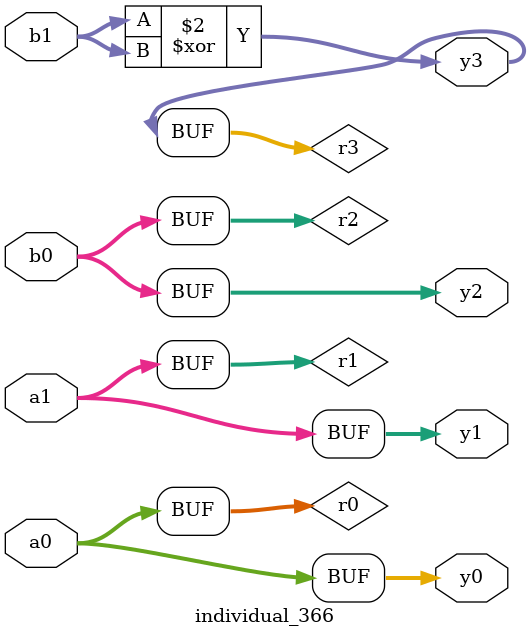
<source format=sv>
module individual_366(input logic [15:0] a1, input logic [15:0] a0, input logic [15:0] b1, input logic [15:0] b0, output logic [15:0] y3, output logic [15:0] y2, output logic [15:0] y1, output logic [15:0] y0);
logic [15:0] r0, r1, r2, r3; 
 always@(*) begin 
	 r0 = a0; r1 = a1; r2 = b0; r3 = b1; 
 	 r3  ^=  b1 ;
 	 y3 = r3; y2 = r2; y1 = r1; y0 = r0; 
end
endmodule
</source>
